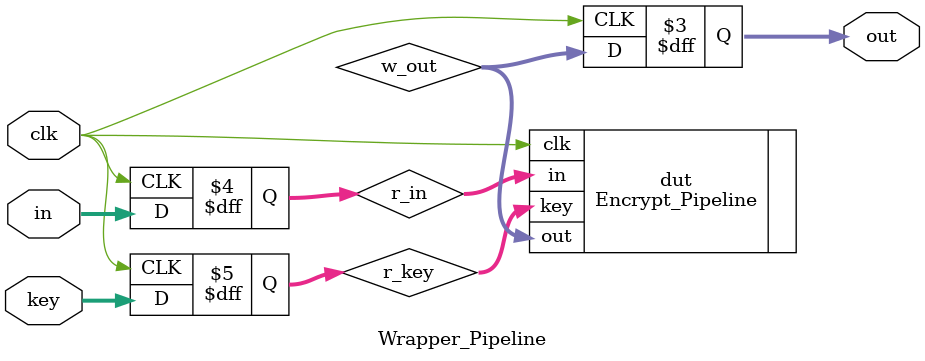
<source format=v>
`timescale 1ns / 1ps

module Wrapper_Pipeline #(parameter N=128, parameter Nr=10, parameter Nk=4) (
    input clk,
    input [127:0] in,
    input [N-1:0] key,
    output reg [127:0] out
);

    reg [127:0] r_in;
    reg [N-1:0] r_key;
    wire [127:0] w_out;

    always @(posedge clk) begin
        r_in  <= in;
        r_key <= key;
    end

    Encrypt_Pipeline #(N, Nr, Nk) dut (
        .clk(clk),
        .in(r_in),
        .key(r_key),
        .out(w_out)
    );

    always @(posedge clk) begin
        out <= w_out;
    end

endmodule
</source>
